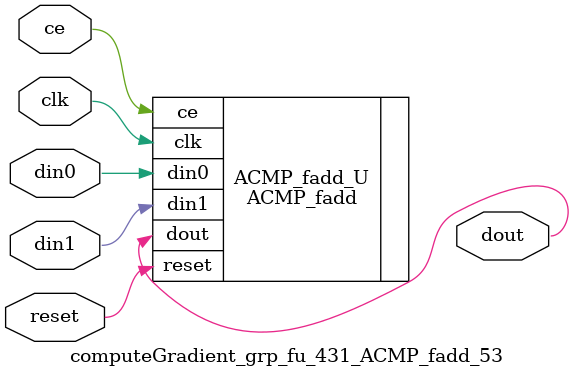
<source format=v>

`timescale 1 ns / 1 ps
module computeGradient_grp_fu_431_ACMP_fadd_53(
    clk,
    reset,
    ce,
    din0,
    din1,
    dout);

parameter ID = 32'd1;
parameter NUM_STAGE = 32'd1;
parameter din0_WIDTH = 32'd1;
parameter din1_WIDTH = 32'd1;
parameter dout_WIDTH = 32'd1;
input clk;
input reset;
input ce;
input[din0_WIDTH - 1:0] din0;
input[din1_WIDTH - 1:0] din1;
output[dout_WIDTH - 1:0] dout;



ACMP_fadd #(
.ID( ID ),
.NUM_STAGE( 4 ),
.din0_WIDTH( din0_WIDTH ),
.din1_WIDTH( din1_WIDTH ),
.dout_WIDTH( dout_WIDTH ))
ACMP_fadd_U(
    .clk( clk ),
    .reset( reset ),
    .ce( ce ),
    .din0( din0 ),
    .din1( din1 ),
    .dout( dout ));

endmodule

</source>
